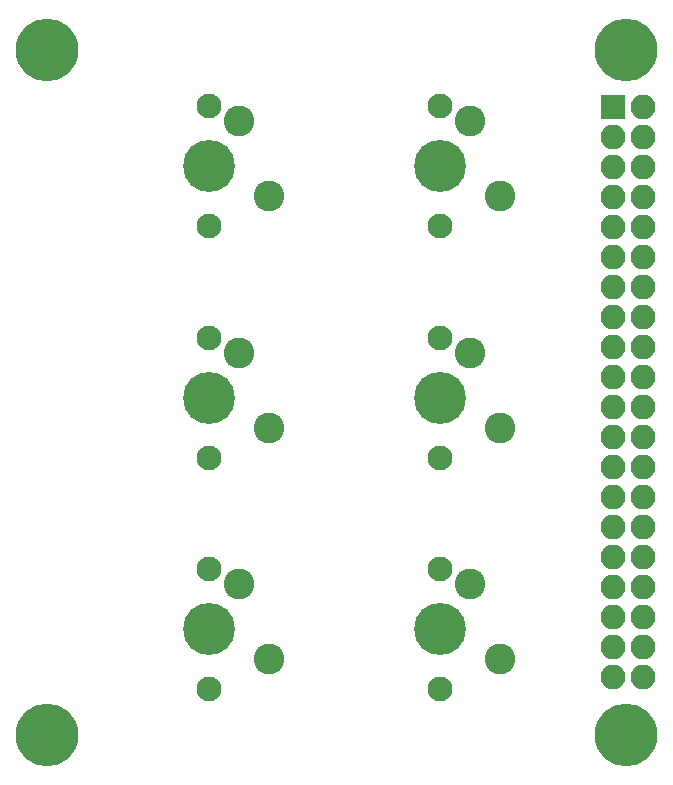
<source format=gbs>
G04 #@! TF.GenerationSoftware,KiCad,Pcbnew,5.0.0-rc1-44a33f2~62~ubuntu17.10.1*
G04 #@! TF.CreationDate,2018-05-10T22:28:45+09:00*
G04 #@! TF.ProjectId,RaspiCherryMXKeysHat,52617370694368657272794D584B6579,rev?*
G04 #@! TF.SameCoordinates,Original*
G04 #@! TF.FileFunction,Soldermask,Bot*
G04 #@! TF.FilePolarity,Negative*
%FSLAX46Y46*%
G04 Gerber Fmt 4.6, Leading zero omitted, Abs format (unit mm)*
G04 Created by KiCad (PCBNEW 5.0.0-rc1-44a33f2~62~ubuntu17.10.1) date Thu May 10 22:28:45 2018*
%MOMM*%
%LPD*%
G01*
G04 APERTURE LIST*
%ADD10C,5.300000*%
%ADD11R,2.100000X2.100000*%
%ADD12O,2.100000X2.100000*%
%ADD13C,2.600000*%
%ADD14C,4.400000*%
%ADD15C,2.100000*%
G04 APERTURE END LIST*
D10*
X76095000Y-129330000D03*
X125095000Y-129330000D03*
X76095000Y-71330000D03*
X125095000Y-71330000D03*
D11*
X123952000Y-76200000D03*
D12*
X126492000Y-76200000D03*
X123952000Y-78740000D03*
X126492000Y-78740000D03*
X123952000Y-81280000D03*
X126492000Y-81280000D03*
X123952000Y-83820000D03*
X126492000Y-83820000D03*
X123952000Y-86360000D03*
X126492000Y-86360000D03*
X123952000Y-88900000D03*
X126492000Y-88900000D03*
X123952000Y-91440000D03*
X126492000Y-91440000D03*
X123952000Y-93980000D03*
X126492000Y-93980000D03*
X123952000Y-96520000D03*
X126492000Y-96520000D03*
X123952000Y-99060000D03*
X126492000Y-99060000D03*
X123952000Y-101600000D03*
X126492000Y-101600000D03*
X123952000Y-104140000D03*
X126492000Y-104140000D03*
X123952000Y-106680000D03*
X126492000Y-106680000D03*
X123952000Y-109220000D03*
X126492000Y-109220000D03*
X123952000Y-111760000D03*
X126492000Y-111760000D03*
X123952000Y-114300000D03*
X126492000Y-114300000D03*
X123952000Y-116840000D03*
X126492000Y-116840000D03*
X123952000Y-119380000D03*
X126492000Y-119380000D03*
X123952000Y-121920000D03*
X126492000Y-121920000D03*
X123952000Y-124460000D03*
X126492000Y-124460000D03*
D13*
X114457000Y-83714000D03*
X111917000Y-77364000D03*
D14*
X109377000Y-81174000D03*
D15*
X109377000Y-76094000D03*
X109377000Y-86254000D03*
X89776800Y-86254000D03*
X89776800Y-76094000D03*
D14*
X89776800Y-81174000D03*
D13*
X92316800Y-77364000D03*
X94856800Y-83714000D03*
X114457000Y-103314000D03*
X111917000Y-96964000D03*
D14*
X109377000Y-100774000D03*
D15*
X109377000Y-95694000D03*
X109377000Y-105854000D03*
X89776800Y-105854000D03*
X89776800Y-95694000D03*
D14*
X89776800Y-100774000D03*
D13*
X92316800Y-96964000D03*
X94856800Y-103314000D03*
X114457000Y-122914000D03*
X111917000Y-116564000D03*
D14*
X109377000Y-120374000D03*
D15*
X109377000Y-115294000D03*
X109377000Y-125454000D03*
X89776800Y-125454000D03*
X89776800Y-115294000D03*
D14*
X89776800Y-120374000D03*
D13*
X92316800Y-116564000D03*
X94856800Y-122914000D03*
M02*

</source>
